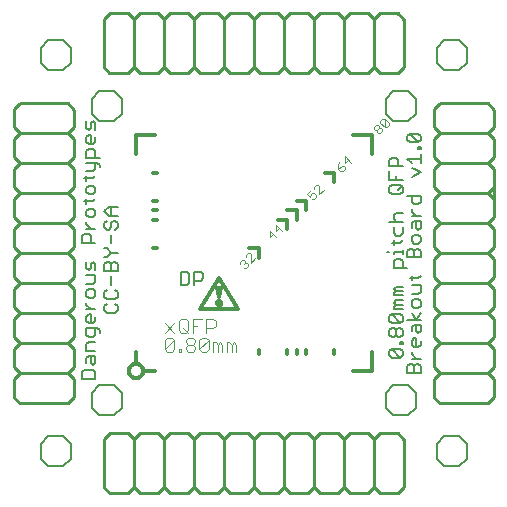
<source format=gbr>
G04 EAGLE Gerber RS-274X export*
G75*
%MOMM*%
%FSLAX34Y34*%
%LPD*%
%INSilkscreen Top*%
%IPPOS*%
%AMOC8*
5,1,8,0,0,1.08239X$1,22.5*%
G01*
%ADD10C,0.254000*%
%ADD11C,0.152400*%
%ADD12C,0.304800*%
%ADD13C,0.101600*%
%ADD14C,0.076200*%


D10*
X44668Y76200D02*
X45720Y76200D01*
X46464Y76944D01*
X50800Y324068D02*
X50798Y324168D01*
X50792Y324267D01*
X50782Y324367D01*
X50769Y324465D01*
X50751Y324564D01*
X50730Y324661D01*
X50705Y324758D01*
X50676Y324853D01*
X50643Y324947D01*
X50607Y325040D01*
X50567Y325131D01*
X50523Y325221D01*
X50476Y325309D01*
X50426Y325395D01*
X50372Y325479D01*
X50315Y325561D01*
X50255Y325641D01*
X50191Y325718D01*
X50125Y325792D01*
X50056Y325864D01*
X45720Y330200D02*
X6132Y330200D01*
X6032Y330198D01*
X5933Y330192D01*
X5833Y330182D01*
X5735Y330169D01*
X5636Y330151D01*
X5539Y330130D01*
X5442Y330105D01*
X5347Y330076D01*
X5253Y330043D01*
X5160Y330007D01*
X5069Y329967D01*
X4979Y329923D01*
X4891Y329876D01*
X4805Y329826D01*
X4721Y329772D01*
X4639Y329715D01*
X4559Y329655D01*
X4482Y329591D01*
X4408Y329525D01*
X4336Y329456D01*
X0Y325120D01*
X0Y309880D01*
X0Y299720D02*
X0Y284480D01*
X0Y274320D02*
X0Y259080D01*
X0Y248920D02*
X0Y233680D01*
X0Y223520D02*
X0Y208280D01*
X0Y198120D02*
X0Y182880D01*
X0Y172720D02*
X0Y157480D01*
X0Y147320D02*
X0Y132080D01*
X0Y121920D02*
X0Y106680D01*
X0Y96520D02*
X0Y82332D01*
X2Y82232D01*
X8Y82133D01*
X18Y82033D01*
X31Y81935D01*
X49Y81836D01*
X70Y81739D01*
X95Y81642D01*
X124Y81547D01*
X157Y81453D01*
X193Y81360D01*
X233Y81269D01*
X277Y81179D01*
X324Y81091D01*
X374Y81005D01*
X428Y80921D01*
X485Y80839D01*
X545Y80759D01*
X609Y80682D01*
X675Y80608D01*
X744Y80536D01*
X5080Y76200D01*
X80536Y50056D02*
X81280Y50800D01*
X76200Y6132D02*
X76202Y6032D01*
X76208Y5933D01*
X76218Y5833D01*
X76231Y5735D01*
X76249Y5636D01*
X76270Y5539D01*
X76295Y5442D01*
X76324Y5347D01*
X76357Y5253D01*
X76393Y5160D01*
X76433Y5069D01*
X76477Y4979D01*
X76524Y4891D01*
X76574Y4805D01*
X76628Y4721D01*
X76685Y4639D01*
X76745Y4559D01*
X76809Y4482D01*
X76875Y4408D01*
X76944Y4336D01*
X324068Y0D02*
X324168Y2D01*
X324267Y8D01*
X324367Y18D01*
X324465Y31D01*
X324564Y49D01*
X324661Y70D01*
X324758Y95D01*
X324853Y124D01*
X324947Y157D01*
X325040Y193D01*
X325131Y233D01*
X325221Y277D01*
X325309Y324D01*
X325395Y374D01*
X325479Y428D01*
X325561Y485D01*
X325641Y545D01*
X325718Y609D01*
X325792Y675D01*
X325864Y744D01*
X330200Y44668D02*
X330198Y44768D01*
X330192Y44867D01*
X330182Y44967D01*
X330169Y45065D01*
X330151Y45164D01*
X330130Y45261D01*
X330105Y45358D01*
X330076Y45453D01*
X330043Y45547D01*
X330007Y45640D01*
X329967Y45731D01*
X329923Y45821D01*
X329876Y45909D01*
X329826Y45995D01*
X329772Y46079D01*
X329715Y46161D01*
X329655Y46241D01*
X329591Y46318D01*
X329525Y46392D01*
X329456Y46464D01*
X356344Y80536D02*
X355600Y81280D01*
X400268Y76200D02*
X400368Y76202D01*
X400467Y76208D01*
X400567Y76218D01*
X400665Y76231D01*
X400764Y76249D01*
X400861Y76270D01*
X400958Y76295D01*
X401053Y76324D01*
X401147Y76357D01*
X401240Y76393D01*
X401331Y76433D01*
X401421Y76477D01*
X401509Y76524D01*
X401595Y76574D01*
X401679Y76628D01*
X401761Y76685D01*
X401841Y76745D01*
X401918Y76809D01*
X401992Y76875D01*
X402064Y76944D01*
X406400Y324068D02*
X406398Y324168D01*
X406392Y324267D01*
X406382Y324367D01*
X406369Y324465D01*
X406351Y324564D01*
X406330Y324661D01*
X406305Y324758D01*
X406276Y324853D01*
X406243Y324947D01*
X406207Y325040D01*
X406167Y325131D01*
X406123Y325221D01*
X406076Y325309D01*
X406026Y325395D01*
X405972Y325479D01*
X405915Y325561D01*
X405855Y325641D01*
X405791Y325718D01*
X405725Y325792D01*
X405656Y325864D01*
X361732Y330200D02*
X361632Y330198D01*
X361533Y330192D01*
X361433Y330182D01*
X361335Y330169D01*
X361236Y330151D01*
X361139Y330130D01*
X361042Y330105D01*
X360947Y330076D01*
X360853Y330043D01*
X360760Y330007D01*
X360669Y329967D01*
X360579Y329923D01*
X360491Y329876D01*
X360405Y329826D01*
X360321Y329772D01*
X360239Y329715D01*
X360159Y329655D01*
X360082Y329591D01*
X360008Y329525D01*
X359936Y329456D01*
X330200Y361732D02*
X330200Y365760D01*
X330200Y361732D02*
X330198Y361632D01*
X330192Y361533D01*
X330182Y361433D01*
X330169Y361335D01*
X330151Y361236D01*
X330130Y361139D01*
X330105Y361042D01*
X330076Y360947D01*
X330043Y360853D01*
X330007Y360760D01*
X329967Y360669D01*
X329923Y360579D01*
X329876Y360491D01*
X329826Y360405D01*
X329772Y360321D01*
X329715Y360239D01*
X329655Y360159D01*
X329591Y360082D01*
X329525Y360008D01*
X329456Y359936D01*
X325120Y355600D01*
X82332Y355600D02*
X82232Y355602D01*
X82133Y355608D01*
X82033Y355618D01*
X81935Y355631D01*
X81836Y355649D01*
X81739Y355670D01*
X81642Y355695D01*
X81547Y355724D01*
X81453Y355757D01*
X81360Y355793D01*
X81269Y355833D01*
X81179Y355877D01*
X81091Y355924D01*
X81005Y355974D01*
X80921Y356028D01*
X80839Y356085D01*
X80759Y356145D01*
X80682Y356209D01*
X80608Y356275D01*
X80536Y356344D01*
X76200Y360680D01*
X76200Y400268D02*
X76202Y400368D01*
X76208Y400467D01*
X76218Y400567D01*
X76231Y400665D01*
X76249Y400764D01*
X76270Y400861D01*
X76295Y400958D01*
X76324Y401053D01*
X76357Y401147D01*
X76393Y401240D01*
X76433Y401331D01*
X76477Y401421D01*
X76524Y401509D01*
X76574Y401595D01*
X76628Y401679D01*
X76685Y401761D01*
X76745Y401841D01*
X76809Y401918D01*
X76875Y401992D01*
X76944Y402064D01*
X81280Y406400D01*
X324068Y406400D02*
X324168Y406398D01*
X324267Y406392D01*
X324367Y406382D01*
X324465Y406369D01*
X324564Y406351D01*
X324661Y406330D01*
X324758Y406305D01*
X324853Y406276D01*
X324947Y406243D01*
X325040Y406207D01*
X325131Y406167D01*
X325221Y406123D01*
X325309Y406076D01*
X325395Y406026D01*
X325479Y405972D01*
X325561Y405915D01*
X325641Y405855D01*
X325718Y405791D01*
X325792Y405725D01*
X325864Y405656D01*
X330200Y401320D01*
X5080Y101600D02*
X0Y96520D01*
X5080Y101600D02*
X0Y106680D01*
X0Y121920D02*
X5080Y127000D01*
X0Y132080D01*
X0Y147320D02*
X5080Y152400D01*
X0Y157480D01*
X0Y172720D02*
X5080Y177800D01*
X0Y182880D01*
X0Y198120D02*
X5080Y203200D01*
X0Y208280D01*
X0Y223520D02*
X5080Y228600D01*
X0Y233680D01*
X0Y248920D02*
X5080Y254000D01*
X0Y259080D01*
X0Y274320D02*
X5080Y279400D01*
X0Y284480D01*
X0Y299720D02*
X5080Y304800D01*
X0Y309880D01*
X5080Y304800D02*
X27940Y304800D01*
X25400Y101600D02*
X5080Y101600D01*
X5080Y330200D02*
X6132Y330200D01*
X5080Y76200D02*
X44668Y76200D01*
X44768Y76202D01*
X44867Y76208D01*
X44967Y76218D01*
X45065Y76231D01*
X45164Y76249D01*
X45261Y76270D01*
X45358Y76295D01*
X45453Y76324D01*
X45547Y76357D01*
X45640Y76393D01*
X45731Y76433D01*
X45821Y76477D01*
X45909Y76524D01*
X45995Y76574D01*
X46079Y76628D01*
X46161Y76685D01*
X46241Y76745D01*
X46318Y76809D01*
X46392Y76875D01*
X46464Y76944D01*
X50800Y81280D01*
X50800Y96520D01*
X50800Y106680D02*
X50800Y121920D01*
X50800Y132080D02*
X50800Y147320D01*
X50800Y157480D02*
X50800Y172720D01*
X50800Y182880D02*
X50800Y198120D01*
X50800Y208280D02*
X50800Y223520D01*
X50800Y233680D02*
X50800Y248920D01*
X50800Y259080D02*
X50800Y274320D01*
X50800Y284480D02*
X50800Y299720D01*
X50800Y309880D02*
X50800Y324068D01*
X50798Y324168D01*
X50792Y324267D01*
X50782Y324367D01*
X50769Y324465D01*
X50751Y324564D01*
X50730Y324661D01*
X50705Y324758D01*
X50676Y324853D01*
X50643Y324947D01*
X50607Y325040D01*
X50567Y325131D01*
X50523Y325221D01*
X50476Y325309D01*
X50426Y325395D01*
X50372Y325479D01*
X50315Y325561D01*
X50255Y325641D01*
X50191Y325718D01*
X50125Y325792D01*
X50056Y325864D01*
X45720Y330200D01*
X50800Y309880D02*
X45720Y304800D01*
X50800Y299720D01*
X50800Y284480D02*
X45720Y279400D01*
X50800Y274320D01*
X50800Y259080D02*
X45720Y254000D01*
X50800Y248920D01*
X50800Y233680D02*
X45720Y228600D01*
X50800Y223520D01*
X50800Y208280D02*
X45720Y203200D01*
X50800Y198120D01*
X50800Y182880D02*
X45720Y177800D01*
X50800Y172720D01*
X50800Y157480D02*
X45720Y152400D01*
X50800Y147320D01*
X50800Y132080D02*
X45720Y127000D01*
X50800Y121920D01*
X50800Y106680D02*
X45720Y101600D01*
X50800Y96520D01*
X45720Y101600D02*
X22860Y101600D01*
X5080Y127000D02*
X45720Y127000D01*
X45720Y152400D02*
X5080Y152400D01*
X5080Y177800D02*
X45720Y177800D01*
X45720Y203200D02*
X5080Y203200D01*
X5080Y228600D02*
X45720Y228600D01*
X45720Y254000D02*
X5080Y254000D01*
X5080Y279400D02*
X45720Y279400D01*
X45720Y304800D02*
X25400Y304800D01*
X76200Y6132D02*
X76202Y6032D01*
X76208Y5933D01*
X76218Y5833D01*
X76231Y5735D01*
X76249Y5636D01*
X76270Y5539D01*
X76295Y5442D01*
X76324Y5347D01*
X76357Y5253D01*
X76393Y5160D01*
X76433Y5069D01*
X76477Y4979D01*
X76524Y4891D01*
X76574Y4805D01*
X76628Y4721D01*
X76685Y4639D01*
X76745Y4559D01*
X76809Y4482D01*
X76875Y4408D01*
X76944Y4336D01*
X81280Y0D01*
X96520Y0D01*
X106680Y0D02*
X121920Y0D01*
X132080Y0D02*
X147320Y0D01*
X157480Y0D02*
X172720Y0D01*
X182880Y0D02*
X198120Y0D01*
X208280Y0D02*
X223520Y0D01*
X233680Y0D02*
X248920Y0D01*
X259080Y0D02*
X274320Y0D01*
X284480Y0D02*
X299720Y0D01*
X309880Y0D02*
X324068Y0D01*
X324168Y2D01*
X324267Y8D01*
X324367Y18D01*
X324465Y31D01*
X324564Y49D01*
X324661Y70D01*
X324758Y95D01*
X324853Y124D01*
X324947Y157D01*
X325040Y193D01*
X325131Y233D01*
X325221Y277D01*
X325309Y324D01*
X325395Y374D01*
X325479Y428D01*
X325561Y485D01*
X325641Y545D01*
X325718Y609D01*
X325792Y675D01*
X325864Y744D01*
X330200Y5080D01*
X309880Y0D02*
X304800Y5080D01*
X299720Y0D01*
X284480Y0D02*
X279400Y5080D01*
X274320Y0D01*
X259080Y0D02*
X254000Y5080D01*
X248920Y0D01*
X233680Y0D02*
X228600Y5080D01*
X223520Y0D01*
X208280Y0D02*
X203200Y5080D01*
X198120Y0D01*
X182880Y0D02*
X177800Y5080D01*
X172720Y0D01*
X157480Y0D02*
X152400Y5080D01*
X147320Y0D01*
X132080Y0D02*
X127000Y5080D01*
X121920Y0D01*
X106680Y0D02*
X101600Y5080D01*
X96520Y0D01*
X304800Y5080D02*
X304800Y25400D01*
X76200Y45720D02*
X76200Y5080D01*
X330200Y5080D02*
X330200Y45720D01*
X330200Y44668D02*
X330198Y44768D01*
X330192Y44867D01*
X330182Y44967D01*
X330169Y45065D01*
X330151Y45164D01*
X330130Y45261D01*
X330105Y45358D01*
X330076Y45453D01*
X330043Y45547D01*
X330007Y45640D01*
X329967Y45731D01*
X329923Y45821D01*
X329876Y45909D01*
X329826Y45995D01*
X329772Y46079D01*
X329715Y46161D01*
X329655Y46241D01*
X329591Y46318D01*
X329525Y46392D01*
X329456Y46464D01*
X325120Y50800D01*
X309880Y50800D01*
X299720Y50800D02*
X284480Y50800D01*
X274320Y50800D02*
X259080Y50800D01*
X248920Y50800D02*
X233680Y50800D01*
X223520Y50800D02*
X208280Y50800D01*
X198120Y50800D02*
X182880Y50800D01*
X172720Y50800D02*
X157480Y50800D01*
X147320Y50800D02*
X132080Y50800D01*
X121920Y50800D02*
X106680Y50800D01*
X96520Y50800D02*
X82332Y50800D01*
X82232Y50798D01*
X82133Y50792D01*
X82033Y50782D01*
X81935Y50769D01*
X81836Y50751D01*
X81739Y50730D01*
X81642Y50705D01*
X81547Y50676D01*
X81453Y50643D01*
X81360Y50607D01*
X81269Y50567D01*
X81179Y50523D01*
X81091Y50476D01*
X81005Y50426D01*
X80921Y50372D01*
X80839Y50315D01*
X80759Y50255D01*
X80682Y50191D01*
X80608Y50125D01*
X80536Y50056D01*
X76200Y45720D01*
X96520Y50800D02*
X101600Y45720D01*
X106680Y50800D01*
X121920Y50800D02*
X127000Y45720D01*
X132080Y50800D01*
X147320Y50800D02*
X152400Y45720D01*
X157480Y50800D01*
X172720Y50800D02*
X177800Y45720D01*
X182880Y50800D01*
X198120Y50800D02*
X203200Y45720D01*
X208280Y50800D01*
X223520Y50800D02*
X228600Y45720D01*
X233680Y50800D01*
X248920Y50800D02*
X254000Y45720D01*
X259080Y50800D01*
X274320Y50800D02*
X279400Y45720D01*
X284480Y50800D01*
X299720Y50800D02*
X304800Y45720D01*
X309880Y50800D01*
X304800Y45720D02*
X304800Y22860D01*
X279400Y5080D02*
X279400Y45720D01*
X254000Y45720D02*
X254000Y5080D01*
X228600Y5080D02*
X228600Y45720D01*
X203200Y45720D02*
X203200Y5080D01*
X177800Y5080D02*
X177800Y45720D01*
X152400Y45720D02*
X152400Y5080D01*
X127000Y5080D02*
X127000Y45720D01*
X101600Y45720D02*
X101600Y25400D01*
X101600Y27940D02*
X101600Y5080D01*
X76944Y359936D02*
X76875Y360008D01*
X76809Y360082D01*
X76745Y360159D01*
X76685Y360239D01*
X76628Y360321D01*
X76574Y360405D01*
X76524Y360491D01*
X76477Y360579D01*
X76433Y360669D01*
X76393Y360760D01*
X76357Y360853D01*
X76324Y360947D01*
X76295Y361042D01*
X76270Y361139D01*
X76249Y361236D01*
X76231Y361335D01*
X76218Y361433D01*
X76208Y361533D01*
X76202Y361632D01*
X76200Y361732D01*
X76944Y359936D02*
X81280Y355600D01*
X96520Y355600D01*
X106680Y355600D02*
X121920Y355600D01*
X132080Y355600D02*
X147320Y355600D01*
X157480Y355600D02*
X172720Y355600D01*
X182880Y355600D02*
X198120Y355600D01*
X208280Y355600D02*
X223520Y355600D01*
X233680Y355600D02*
X248920Y355600D01*
X259080Y355600D02*
X274320Y355600D01*
X284480Y355600D02*
X299720Y355600D01*
X309880Y355600D02*
X324068Y355600D01*
X324168Y355602D01*
X324267Y355608D01*
X324367Y355618D01*
X324465Y355631D01*
X324564Y355649D01*
X324661Y355670D01*
X324758Y355695D01*
X324853Y355724D01*
X324947Y355757D01*
X325040Y355793D01*
X325131Y355833D01*
X325221Y355877D01*
X325309Y355924D01*
X325395Y355974D01*
X325479Y356028D01*
X325561Y356085D01*
X325641Y356145D01*
X325718Y356209D01*
X325792Y356275D01*
X325864Y356344D01*
X330200Y360680D01*
X309880Y355600D02*
X304800Y360680D01*
X299720Y355600D01*
X284480Y355600D02*
X279400Y360680D01*
X274320Y355600D01*
X259080Y355600D02*
X254000Y360680D01*
X248920Y355600D01*
X233680Y355600D02*
X228600Y360680D01*
X223520Y355600D01*
X208280Y355600D02*
X203200Y360680D01*
X198120Y355600D01*
X182880Y355600D02*
X177800Y360680D01*
X172720Y355600D01*
X157480Y355600D02*
X152400Y360680D01*
X147320Y355600D01*
X132080Y355600D02*
X127000Y360680D01*
X121920Y355600D01*
X106680Y355600D02*
X101600Y360680D01*
X96520Y355600D01*
X101600Y360680D02*
X101600Y383540D01*
X304800Y381000D02*
X304800Y360680D01*
X402064Y76944D02*
X401992Y76875D01*
X401918Y76809D01*
X401841Y76745D01*
X401761Y76685D01*
X401679Y76628D01*
X401595Y76574D01*
X401509Y76524D01*
X401421Y76477D01*
X401331Y76433D01*
X401240Y76393D01*
X401147Y76357D01*
X401053Y76324D01*
X400958Y76295D01*
X400861Y76270D01*
X400764Y76249D01*
X400665Y76231D01*
X400567Y76218D01*
X400467Y76208D01*
X400368Y76202D01*
X400268Y76200D01*
X402064Y76944D02*
X406400Y81280D01*
X406400Y96520D01*
X406400Y106680D02*
X406400Y121920D01*
X406400Y132080D02*
X406400Y147320D01*
X406400Y157480D02*
X406400Y172720D01*
X406400Y182880D02*
X406400Y198120D01*
X406400Y208280D02*
X406400Y223520D01*
X406400Y233680D02*
X406400Y248920D01*
X406400Y259080D01*
X406400Y274320D01*
X406400Y284480D02*
X406400Y299720D01*
X406400Y309880D02*
X406400Y324068D01*
X406398Y324168D01*
X406392Y324267D01*
X406382Y324367D01*
X406369Y324465D01*
X406351Y324564D01*
X406330Y324661D01*
X406305Y324758D01*
X406276Y324853D01*
X406243Y324947D01*
X406207Y325040D01*
X406167Y325131D01*
X406123Y325221D01*
X406076Y325309D01*
X406026Y325395D01*
X405972Y325479D01*
X405915Y325561D01*
X405855Y325641D01*
X405791Y325718D01*
X405725Y325792D01*
X405656Y325864D01*
X401320Y330200D01*
X406400Y309880D02*
X401320Y304800D01*
X406400Y299720D01*
X406400Y284480D02*
X401320Y279400D01*
X406400Y274320D01*
X406400Y259080D02*
X401320Y254000D01*
X406400Y248920D01*
X406400Y233680D02*
X401320Y228600D01*
X406400Y223520D01*
X406400Y208280D02*
X401320Y203200D01*
X406400Y198120D01*
X406400Y182880D02*
X401320Y177800D01*
X406400Y172720D01*
X406400Y157480D02*
X401320Y152400D01*
X406400Y147320D01*
X406400Y132080D02*
X401320Y127000D01*
X406400Y121920D01*
X406400Y106680D02*
X401320Y101600D01*
X406400Y96520D01*
X401320Y304800D02*
X381000Y304800D01*
X361732Y330200D02*
X361632Y330198D01*
X361533Y330192D01*
X361433Y330182D01*
X361335Y330169D01*
X361236Y330151D01*
X361139Y330130D01*
X361042Y330105D01*
X360947Y330076D01*
X360853Y330043D01*
X360760Y330007D01*
X360669Y329967D01*
X360579Y329923D01*
X360491Y329876D01*
X360405Y329826D01*
X360321Y329772D01*
X360239Y329715D01*
X360159Y329655D01*
X360082Y329591D01*
X360008Y329525D01*
X359936Y329456D01*
X355600Y325120D01*
X355600Y309880D01*
X355600Y299720D02*
X355600Y284480D01*
X355600Y274320D02*
X355600Y259080D01*
X355600Y248920D02*
X355600Y233680D01*
X355600Y223520D02*
X355600Y208280D01*
X355600Y198120D02*
X355600Y182880D01*
X355600Y172720D02*
X355600Y157480D01*
X355600Y147320D02*
X355600Y132080D01*
X355600Y121920D02*
X355600Y106680D01*
X355600Y96520D02*
X355600Y82332D01*
X355602Y82232D01*
X355608Y82133D01*
X355618Y82033D01*
X355631Y81935D01*
X355649Y81836D01*
X355670Y81739D01*
X355695Y81642D01*
X355724Y81547D01*
X355757Y81453D01*
X355793Y81360D01*
X355833Y81269D01*
X355877Y81179D01*
X355924Y81091D01*
X355974Y81005D01*
X356028Y80921D01*
X356085Y80839D01*
X356145Y80759D01*
X356209Y80682D01*
X356275Y80608D01*
X356344Y80536D01*
X360680Y76200D01*
X355600Y96520D02*
X360680Y101600D01*
X355600Y106680D01*
X355600Y121920D02*
X360680Y127000D01*
X355600Y132080D01*
X355600Y147320D02*
X360680Y152400D01*
X355600Y157480D01*
X355600Y172720D02*
X360680Y177800D01*
X355600Y182880D01*
X355600Y198120D02*
X360680Y203200D01*
X355600Y208280D01*
X355600Y223520D02*
X360680Y228600D01*
X355600Y233680D01*
X355600Y248920D02*
X360680Y254000D01*
X355600Y259080D01*
X355600Y274320D02*
X360680Y279400D01*
X355600Y284480D01*
X355600Y299720D02*
X360680Y304800D01*
X355600Y309880D01*
X360680Y304800D02*
X383540Y304800D01*
X401320Y279400D02*
X360680Y279400D01*
X360680Y254000D02*
X401320Y254000D01*
X401320Y228600D02*
X360680Y228600D01*
X360680Y203200D02*
X401320Y203200D01*
X401320Y177800D02*
X360680Y177800D01*
X360680Y152400D02*
X401320Y152400D01*
X401320Y127000D02*
X360680Y127000D01*
X360680Y101600D02*
X381000Y101600D01*
X401320Y330200D02*
X360680Y330200D01*
X360680Y76200D02*
X401320Y76200D01*
X401320Y101600D02*
X378460Y101600D01*
X330200Y360680D02*
X330200Y401320D01*
X330200Y400268D02*
X330198Y400368D01*
X330192Y400467D01*
X330182Y400567D01*
X330169Y400665D01*
X330151Y400764D01*
X330130Y400861D01*
X330105Y400958D01*
X330076Y401053D01*
X330043Y401147D01*
X330007Y401240D01*
X329967Y401331D01*
X329923Y401421D01*
X329876Y401509D01*
X329826Y401595D01*
X329772Y401679D01*
X329715Y401761D01*
X329655Y401841D01*
X329591Y401918D01*
X329525Y401992D01*
X329456Y402064D01*
X325120Y406400D01*
X309880Y406400D01*
X299720Y406400D02*
X284480Y406400D01*
X274320Y406400D02*
X259080Y406400D01*
X248920Y406400D02*
X233680Y406400D01*
X223520Y406400D02*
X208280Y406400D01*
X198120Y406400D02*
X182880Y406400D01*
X172720Y406400D02*
X157480Y406400D01*
X147320Y406400D02*
X132080Y406400D01*
X121920Y406400D02*
X106680Y406400D01*
X96520Y406400D02*
X82332Y406400D01*
X82232Y406398D01*
X82133Y406392D01*
X82033Y406382D01*
X81935Y406369D01*
X81836Y406351D01*
X81739Y406330D01*
X81642Y406305D01*
X81547Y406276D01*
X81453Y406243D01*
X81360Y406207D01*
X81269Y406167D01*
X81179Y406123D01*
X81091Y406076D01*
X81005Y406026D01*
X80921Y405972D01*
X80839Y405915D01*
X80759Y405855D01*
X80682Y405791D01*
X80608Y405725D01*
X80536Y405656D01*
X76200Y401320D01*
X96520Y406400D02*
X101600Y401320D01*
X106680Y406400D01*
X121920Y406400D02*
X127000Y401320D01*
X132080Y406400D01*
X147320Y406400D02*
X152400Y401320D01*
X157480Y406400D01*
X172720Y406400D02*
X177800Y401320D01*
X182880Y406400D01*
X198120Y406400D02*
X203200Y401320D01*
X208280Y406400D01*
X223520Y406400D02*
X228600Y401320D01*
X233680Y406400D01*
X248920Y406400D02*
X254000Y401320D01*
X259080Y406400D01*
X274320Y406400D02*
X279400Y401320D01*
X284480Y406400D01*
X299720Y406400D02*
X304800Y401320D01*
X309880Y406400D01*
X304800Y401320D02*
X304800Y378460D01*
X279400Y360680D02*
X279400Y401320D01*
X254000Y401320D02*
X254000Y360680D01*
X228600Y360680D02*
X228600Y401320D01*
X203200Y401320D02*
X203200Y360680D01*
X177800Y360680D02*
X177800Y401320D01*
X152400Y401320D02*
X152400Y360680D01*
X127000Y360680D02*
X127000Y401320D01*
X101600Y401320D02*
X101600Y381000D01*
X76200Y401320D02*
X76200Y360680D01*
D11*
X333492Y102362D02*
X344678Y102362D01*
X333492Y102362D02*
X333492Y107955D01*
X335357Y109819D01*
X337221Y109819D01*
X339085Y107955D01*
X340950Y109819D01*
X342814Y109819D01*
X344678Y107955D01*
X344678Y102362D01*
X339085Y102362D02*
X339085Y107955D01*
X337221Y114056D02*
X344678Y114056D01*
X340950Y114056D02*
X337221Y117784D01*
X337221Y119649D01*
X344678Y125665D02*
X344678Y129394D01*
X344678Y125665D02*
X342814Y123801D01*
X339085Y123801D01*
X337221Y125665D01*
X337221Y129394D01*
X339085Y131258D01*
X340950Y131258D01*
X340950Y123801D01*
X337221Y137359D02*
X337221Y141088D01*
X339085Y142952D01*
X344678Y142952D01*
X344678Y137359D01*
X342814Y135495D01*
X340950Y137359D01*
X340950Y142952D01*
X344678Y147189D02*
X333492Y147189D01*
X340950Y147189D02*
X344678Y152782D01*
X340950Y147189D02*
X337221Y152782D01*
X344678Y158798D02*
X344678Y162527D01*
X342814Y164391D01*
X339085Y164391D01*
X337221Y162527D01*
X337221Y158798D01*
X339085Y156934D01*
X342814Y156934D01*
X344678Y158798D01*
X342814Y168628D02*
X337221Y168628D01*
X342814Y168628D02*
X344678Y170492D01*
X344678Y176085D01*
X337221Y176085D01*
X335357Y182186D02*
X342814Y182186D01*
X344678Y184050D01*
X337221Y184050D02*
X337221Y180322D01*
X333492Y199812D02*
X344678Y199812D01*
X333492Y199812D02*
X333492Y205404D01*
X335357Y207269D01*
X337221Y207269D01*
X339085Y205404D01*
X340950Y207269D01*
X342814Y207269D01*
X344678Y205404D01*
X344678Y199812D01*
X339085Y199812D02*
X339085Y205404D01*
X344678Y213370D02*
X344678Y217098D01*
X342814Y218963D01*
X339085Y218963D01*
X337221Y217098D01*
X337221Y213370D01*
X339085Y211506D01*
X342814Y211506D01*
X344678Y213370D01*
X337221Y225064D02*
X337221Y228792D01*
X339085Y230657D01*
X344678Y230657D01*
X344678Y225064D01*
X342814Y223200D01*
X340950Y225064D01*
X340950Y230657D01*
X344678Y234894D02*
X337221Y234894D01*
X337221Y238622D02*
X340950Y234894D01*
X337221Y238622D02*
X337221Y240486D01*
X333492Y252096D02*
X344678Y252096D01*
X344678Y246503D01*
X342814Y244639D01*
X339085Y244639D01*
X337221Y246503D01*
X337221Y252096D01*
X337221Y268027D02*
X344678Y271755D01*
X337221Y275484D01*
X337221Y279721D02*
X333492Y283449D01*
X344678Y283449D01*
X344678Y279721D02*
X344678Y287178D01*
X344678Y291414D02*
X342814Y291414D01*
X342814Y293279D01*
X344678Y293279D01*
X344678Y291414D01*
X342814Y297261D02*
X335357Y297261D01*
X333492Y299126D01*
X333492Y302854D01*
X335357Y304718D01*
X342814Y304718D01*
X344678Y302854D01*
X344678Y299126D01*
X342814Y297261D01*
X335357Y304718D01*
X327574Y115062D02*
X320117Y115062D01*
X318252Y116926D01*
X318252Y120655D01*
X320117Y122519D01*
X327574Y122519D01*
X329438Y120655D01*
X329438Y116926D01*
X327574Y115062D01*
X320117Y122519D01*
X327574Y126756D02*
X329438Y126756D01*
X327574Y126756D02*
X327574Y128620D01*
X329438Y128620D01*
X329438Y126756D01*
X320117Y132603D02*
X318252Y134467D01*
X318252Y138196D01*
X320117Y140060D01*
X321981Y140060D01*
X323845Y138196D01*
X325710Y140060D01*
X327574Y140060D01*
X329438Y138196D01*
X329438Y134467D01*
X327574Y132603D01*
X325710Y132603D01*
X323845Y134467D01*
X321981Y132603D01*
X320117Y132603D01*
X323845Y134467D02*
X323845Y138196D01*
X320117Y144297D02*
X327574Y144297D01*
X320117Y144297D02*
X318252Y146161D01*
X318252Y149890D01*
X320117Y151754D01*
X327574Y151754D01*
X329438Y149890D01*
X329438Y146161D01*
X327574Y144297D01*
X320117Y151754D01*
X321981Y155991D02*
X329438Y155991D01*
X321981Y155991D02*
X321981Y157855D01*
X323845Y159719D01*
X329438Y159719D01*
X323845Y159719D02*
X321981Y161584D01*
X323845Y163448D01*
X329438Y163448D01*
X329438Y167685D02*
X321981Y167685D01*
X321981Y169549D01*
X323845Y171413D01*
X329438Y171413D01*
X323845Y171413D02*
X321981Y173278D01*
X323845Y175142D01*
X329438Y175142D01*
X333167Y191073D02*
X321981Y191073D01*
X321981Y196666D01*
X323845Y198530D01*
X327574Y198530D01*
X329438Y196666D01*
X329438Y191073D01*
X321981Y202767D02*
X321981Y204631D01*
X329438Y204631D01*
X329438Y202767D02*
X329438Y206495D01*
X318252Y204631D02*
X316388Y204631D01*
X320117Y212427D02*
X327574Y212427D01*
X329438Y214291D01*
X321981Y214291D02*
X321981Y210563D01*
X321981Y220223D02*
X321981Y225816D01*
X321981Y220223D02*
X323845Y218359D01*
X327574Y218359D01*
X329438Y220223D01*
X329438Y225816D01*
X329438Y230053D02*
X318252Y230053D01*
X321981Y231917D02*
X323845Y230053D01*
X321981Y231917D02*
X321981Y235645D01*
X323845Y237510D01*
X329438Y237510D01*
X327574Y253441D02*
X320117Y253441D01*
X318252Y255305D01*
X318252Y259033D01*
X320117Y260898D01*
X327574Y260898D01*
X329438Y259033D01*
X329438Y255305D01*
X327574Y253441D01*
X325710Y257169D02*
X329438Y260898D01*
X329438Y265135D02*
X318252Y265135D01*
X318252Y272592D01*
X323845Y268863D02*
X323845Y265135D01*
X329438Y276829D02*
X318252Y276829D01*
X318252Y282421D01*
X320117Y284286D01*
X323845Y284286D01*
X325710Y282421D01*
X325710Y276829D01*
X69088Y97282D02*
X57902Y97282D01*
X69088Y97282D02*
X69088Y102875D01*
X67224Y104739D01*
X59767Y104739D01*
X57902Y102875D01*
X57902Y97282D01*
X61631Y110840D02*
X61631Y114569D01*
X63495Y116433D01*
X69088Y116433D01*
X69088Y110840D01*
X67224Y108976D01*
X65360Y110840D01*
X65360Y116433D01*
X69088Y120670D02*
X61631Y120670D01*
X61631Y126263D01*
X63495Y128127D01*
X69088Y128127D01*
X72817Y136092D02*
X72817Y137957D01*
X70952Y139821D01*
X61631Y139821D01*
X61631Y134228D01*
X63495Y132364D01*
X67224Y132364D01*
X69088Y134228D01*
X69088Y139821D01*
X69088Y145922D02*
X69088Y149651D01*
X69088Y145922D02*
X67224Y144058D01*
X63495Y144058D01*
X61631Y145922D01*
X61631Y149651D01*
X63495Y151515D01*
X65360Y151515D01*
X65360Y144058D01*
X69088Y155752D02*
X61631Y155752D01*
X61631Y159480D02*
X65360Y155752D01*
X61631Y159480D02*
X61631Y161345D01*
X69088Y167361D02*
X69088Y171090D01*
X67224Y172954D01*
X63495Y172954D01*
X61631Y171090D01*
X61631Y167361D01*
X63495Y165497D01*
X67224Y165497D01*
X69088Y167361D01*
X67224Y177191D02*
X61631Y177191D01*
X67224Y177191D02*
X69088Y179055D01*
X69088Y184648D01*
X61631Y184648D01*
X69088Y188885D02*
X69088Y194478D01*
X67224Y196342D01*
X65360Y194478D01*
X65360Y190749D01*
X63495Y188885D01*
X61631Y190749D01*
X61631Y196342D01*
X57902Y212273D02*
X69088Y212273D01*
X57902Y212273D02*
X57902Y217865D01*
X59767Y219730D01*
X63495Y219730D01*
X65360Y217865D01*
X65360Y212273D01*
X69088Y223967D02*
X61631Y223967D01*
X61631Y227695D02*
X65360Y223967D01*
X61631Y227695D02*
X61631Y229559D01*
X69088Y235576D02*
X69088Y239304D01*
X67224Y241169D01*
X63495Y241169D01*
X61631Y239304D01*
X61631Y235576D01*
X63495Y233712D01*
X67224Y233712D01*
X69088Y235576D01*
X67224Y247270D02*
X59767Y247270D01*
X67224Y247270D02*
X69088Y249134D01*
X61631Y249134D02*
X61631Y245406D01*
X69088Y255066D02*
X69088Y258794D01*
X67224Y260659D01*
X63495Y260659D01*
X61631Y258794D01*
X61631Y255066D01*
X63495Y253202D01*
X67224Y253202D01*
X69088Y255066D01*
X67224Y266760D02*
X59767Y266760D01*
X67224Y266760D02*
X69088Y268624D01*
X61631Y268624D02*
X61631Y264896D01*
X61631Y272692D02*
X67224Y272692D01*
X69088Y274556D01*
X69088Y280149D01*
X70952Y280149D02*
X61631Y280149D01*
X70952Y280149D02*
X72817Y278284D01*
X72817Y276420D01*
X72817Y284385D02*
X61631Y284385D01*
X61631Y289978D01*
X63495Y291843D01*
X67224Y291843D01*
X69088Y289978D01*
X69088Y284385D01*
X69088Y297944D02*
X69088Y301672D01*
X69088Y297944D02*
X67224Y296079D01*
X63495Y296079D01*
X61631Y297944D01*
X61631Y301672D01*
X63495Y303536D01*
X65360Y303536D01*
X65360Y296079D01*
X69088Y307773D02*
X69088Y313366D01*
X67224Y315230D01*
X65360Y313366D01*
X65360Y309638D01*
X63495Y307773D01*
X61631Y309638D01*
X61631Y315230D01*
X78817Y160619D02*
X76952Y158755D01*
X76952Y155026D01*
X78817Y153162D01*
X86274Y153162D01*
X88138Y155026D01*
X88138Y158755D01*
X86274Y160619D01*
X76952Y170449D02*
X78817Y172313D01*
X76952Y170449D02*
X76952Y166720D01*
X78817Y164856D01*
X86274Y164856D01*
X88138Y166720D01*
X88138Y170449D01*
X86274Y172313D01*
X82545Y176550D02*
X82545Y184007D01*
X88138Y188244D02*
X76952Y188244D01*
X76952Y193837D01*
X78817Y195701D01*
X80681Y195701D01*
X82545Y193837D01*
X84410Y195701D01*
X86274Y195701D01*
X88138Y193837D01*
X88138Y188244D01*
X82545Y188244D02*
X82545Y193837D01*
X78817Y199938D02*
X76952Y199938D01*
X78817Y199938D02*
X82545Y203666D01*
X78817Y207395D01*
X76952Y207395D01*
X82545Y203666D02*
X88138Y203666D01*
X82545Y211632D02*
X82545Y219089D01*
X76952Y228919D02*
X78817Y230783D01*
X76952Y228919D02*
X76952Y225190D01*
X78817Y223326D01*
X80681Y223326D01*
X82545Y225190D01*
X82545Y228919D01*
X84410Y230783D01*
X86274Y230783D01*
X88138Y228919D01*
X88138Y225190D01*
X86274Y223326D01*
X88138Y235020D02*
X80681Y235020D01*
X76952Y238748D01*
X80681Y242477D01*
X88138Y242477D01*
X82545Y242477D02*
X82545Y235020D01*
D12*
X103640Y119640D02*
X103640Y111640D01*
X111640Y103640D02*
X119640Y103640D01*
X287640Y303640D02*
X303640Y303640D01*
X303640Y287640D01*
X303640Y119640D02*
X303640Y103640D01*
X287640Y103640D01*
X103640Y287640D02*
X103640Y303640D01*
X119640Y303640D01*
X223640Y231640D02*
X231640Y231640D01*
X231640Y223640D01*
X207640Y207640D02*
X207640Y199640D01*
X207640Y207640D02*
X199640Y207640D01*
X239640Y231640D02*
X239640Y239640D01*
X231640Y239640D01*
X271640Y263640D02*
X271640Y271640D01*
X263640Y271640D01*
X247640Y247640D02*
X247640Y239640D01*
X247640Y247640D02*
X239640Y247640D01*
X121640Y207640D02*
X117640Y207640D01*
X117640Y231640D02*
X121640Y231640D01*
X121640Y239640D02*
X117640Y239640D01*
X117640Y247640D02*
X121640Y247640D01*
X121640Y271640D02*
X117640Y271640D01*
X207640Y121640D02*
X207640Y117640D01*
X231640Y117640D02*
X231640Y121640D01*
X239640Y121640D02*
X239640Y117640D01*
X247640Y117640D02*
X247640Y121640D01*
X271640Y121640D02*
X271640Y117640D01*
X174140Y166015D02*
X172515Y174140D01*
X175765Y174140D01*
X174140Y166015D01*
X174140Y182265D02*
X157890Y156265D01*
X190390Y156265D01*
X174140Y182265D01*
X97640Y103640D02*
X97642Y103794D01*
X97648Y103949D01*
X97658Y104103D01*
X97672Y104257D01*
X97690Y104410D01*
X97711Y104563D01*
X97737Y104716D01*
X97767Y104867D01*
X97800Y105018D01*
X97838Y105168D01*
X97879Y105317D01*
X97924Y105465D01*
X97973Y105611D01*
X98026Y105757D01*
X98082Y105900D01*
X98142Y106043D01*
X98206Y106183D01*
X98273Y106323D01*
X98344Y106460D01*
X98418Y106595D01*
X98496Y106729D01*
X98577Y106860D01*
X98662Y106989D01*
X98750Y107117D01*
X98841Y107241D01*
X98935Y107364D01*
X99033Y107484D01*
X99133Y107601D01*
X99237Y107716D01*
X99343Y107828D01*
X99452Y107937D01*
X99564Y108043D01*
X99679Y108147D01*
X99796Y108247D01*
X99916Y108345D01*
X100039Y108439D01*
X100163Y108530D01*
X100291Y108618D01*
X100420Y108703D01*
X100551Y108784D01*
X100685Y108862D01*
X100820Y108936D01*
X100957Y109007D01*
X101097Y109074D01*
X101237Y109138D01*
X101380Y109198D01*
X101523Y109254D01*
X101669Y109307D01*
X101815Y109356D01*
X101963Y109401D01*
X102112Y109442D01*
X102262Y109480D01*
X102413Y109513D01*
X102564Y109543D01*
X102717Y109569D01*
X102870Y109590D01*
X103023Y109608D01*
X103177Y109622D01*
X103331Y109632D01*
X103486Y109638D01*
X103640Y109640D01*
X103794Y109638D01*
X103949Y109632D01*
X104103Y109622D01*
X104257Y109608D01*
X104410Y109590D01*
X104563Y109569D01*
X104716Y109543D01*
X104867Y109513D01*
X105018Y109480D01*
X105168Y109442D01*
X105317Y109401D01*
X105465Y109356D01*
X105611Y109307D01*
X105757Y109254D01*
X105900Y109198D01*
X106043Y109138D01*
X106183Y109074D01*
X106323Y109007D01*
X106460Y108936D01*
X106595Y108862D01*
X106729Y108784D01*
X106860Y108703D01*
X106989Y108618D01*
X107117Y108530D01*
X107241Y108439D01*
X107364Y108345D01*
X107484Y108247D01*
X107601Y108147D01*
X107716Y108043D01*
X107828Y107937D01*
X107937Y107828D01*
X108043Y107716D01*
X108147Y107601D01*
X108247Y107484D01*
X108345Y107364D01*
X108439Y107241D01*
X108530Y107117D01*
X108618Y106989D01*
X108703Y106860D01*
X108784Y106729D01*
X108862Y106595D01*
X108936Y106460D01*
X109007Y106323D01*
X109074Y106183D01*
X109138Y106043D01*
X109198Y105900D01*
X109254Y105757D01*
X109307Y105611D01*
X109356Y105465D01*
X109401Y105317D01*
X109442Y105168D01*
X109480Y105018D01*
X109513Y104867D01*
X109543Y104716D01*
X109569Y104563D01*
X109590Y104410D01*
X109608Y104257D01*
X109622Y104103D01*
X109632Y103949D01*
X109638Y103794D01*
X109640Y103640D01*
X109638Y103486D01*
X109632Y103331D01*
X109622Y103177D01*
X109608Y103023D01*
X109590Y102870D01*
X109569Y102717D01*
X109543Y102564D01*
X109513Y102413D01*
X109480Y102262D01*
X109442Y102112D01*
X109401Y101963D01*
X109356Y101815D01*
X109307Y101669D01*
X109254Y101523D01*
X109198Y101380D01*
X109138Y101237D01*
X109074Y101097D01*
X109007Y100957D01*
X108936Y100820D01*
X108862Y100685D01*
X108784Y100551D01*
X108703Y100420D01*
X108618Y100291D01*
X108530Y100163D01*
X108439Y100039D01*
X108345Y99916D01*
X108247Y99796D01*
X108147Y99679D01*
X108043Y99564D01*
X107937Y99452D01*
X107828Y99343D01*
X107716Y99237D01*
X107601Y99133D01*
X107484Y99033D01*
X107364Y98935D01*
X107241Y98841D01*
X107117Y98750D01*
X106989Y98662D01*
X106860Y98577D01*
X106729Y98496D01*
X106595Y98418D01*
X106460Y98344D01*
X106323Y98273D01*
X106183Y98206D01*
X106043Y98142D01*
X105900Y98082D01*
X105757Y98026D01*
X105611Y97973D01*
X105465Y97924D01*
X105317Y97879D01*
X105168Y97838D01*
X105018Y97800D01*
X104867Y97767D01*
X104716Y97737D01*
X104563Y97711D01*
X104410Y97690D01*
X104257Y97672D01*
X104103Y97658D01*
X103949Y97648D01*
X103794Y97642D01*
X103640Y97640D01*
X103486Y97642D01*
X103331Y97648D01*
X103177Y97658D01*
X103023Y97672D01*
X102870Y97690D01*
X102717Y97711D01*
X102564Y97737D01*
X102413Y97767D01*
X102262Y97800D01*
X102112Y97838D01*
X101963Y97879D01*
X101815Y97924D01*
X101669Y97973D01*
X101523Y98026D01*
X101380Y98082D01*
X101237Y98142D01*
X101097Y98206D01*
X100957Y98273D01*
X100820Y98344D01*
X100685Y98418D01*
X100551Y98496D01*
X100420Y98577D01*
X100291Y98662D01*
X100163Y98750D01*
X100039Y98841D01*
X99916Y98935D01*
X99796Y99033D01*
X99679Y99133D01*
X99564Y99237D01*
X99452Y99343D01*
X99343Y99452D01*
X99237Y99564D01*
X99133Y99679D01*
X99033Y99796D01*
X98935Y99916D01*
X98841Y100039D01*
X98750Y100163D01*
X98662Y100291D01*
X98577Y100420D01*
X98496Y100551D01*
X98418Y100685D01*
X98344Y100820D01*
X98273Y100957D01*
X98206Y101097D01*
X98142Y101237D01*
X98082Y101380D01*
X98026Y101523D01*
X97973Y101669D01*
X97924Y101815D01*
X97879Y101963D01*
X97838Y102112D01*
X97800Y102262D01*
X97767Y102413D01*
X97737Y102564D01*
X97711Y102717D01*
X97690Y102870D01*
X97672Y103023D01*
X97658Y103177D01*
X97648Y103331D01*
X97642Y103486D01*
X97640Y103640D01*
X172515Y161140D02*
X172517Y161220D01*
X172523Y161301D01*
X172533Y161380D01*
X172547Y161459D01*
X172564Y161538D01*
X172586Y161615D01*
X172611Y161692D01*
X172641Y161766D01*
X172673Y161840D01*
X172710Y161912D01*
X172750Y161981D01*
X172793Y162049D01*
X172840Y162115D01*
X172889Y162178D01*
X172942Y162238D01*
X172998Y162296D01*
X173057Y162351D01*
X173118Y162403D01*
X173182Y162452D01*
X173248Y162498D01*
X173316Y162541D01*
X173386Y162580D01*
X173458Y162615D01*
X173532Y162647D01*
X173607Y162675D01*
X173684Y162700D01*
X173762Y162720D01*
X173840Y162737D01*
X173920Y162750D01*
X173999Y162759D01*
X174080Y162764D01*
X174160Y162765D01*
X174240Y162762D01*
X174321Y162755D01*
X174400Y162744D01*
X174479Y162729D01*
X174557Y162710D01*
X174635Y162688D01*
X174710Y162662D01*
X174785Y162632D01*
X174858Y162598D01*
X174929Y162560D01*
X174998Y162520D01*
X175066Y162476D01*
X175131Y162428D01*
X175193Y162378D01*
X175253Y162324D01*
X175310Y162268D01*
X175364Y162208D01*
X175416Y162146D01*
X175464Y162082D01*
X175509Y162015D01*
X175551Y161947D01*
X175589Y161876D01*
X175623Y161803D01*
X175654Y161729D01*
X175682Y161654D01*
X175705Y161577D01*
X175725Y161499D01*
X175741Y161420D01*
X175753Y161340D01*
X175761Y161260D01*
X175765Y161180D01*
X175765Y161100D01*
X175761Y161020D01*
X175753Y160940D01*
X175741Y160860D01*
X175725Y160781D01*
X175705Y160703D01*
X175682Y160626D01*
X175654Y160551D01*
X175623Y160477D01*
X175589Y160404D01*
X175551Y160333D01*
X175509Y160265D01*
X175464Y160198D01*
X175416Y160134D01*
X175364Y160072D01*
X175310Y160012D01*
X175253Y159956D01*
X175193Y159902D01*
X175131Y159852D01*
X175066Y159804D01*
X174998Y159760D01*
X174929Y159720D01*
X174858Y159682D01*
X174785Y159648D01*
X174710Y159618D01*
X174635Y159592D01*
X174557Y159570D01*
X174479Y159551D01*
X174400Y159536D01*
X174321Y159525D01*
X174240Y159518D01*
X174160Y159515D01*
X174080Y159516D01*
X173999Y159521D01*
X173920Y159530D01*
X173840Y159543D01*
X173762Y159560D01*
X173684Y159580D01*
X173607Y159605D01*
X173532Y159633D01*
X173458Y159665D01*
X173386Y159700D01*
X173316Y159739D01*
X173248Y159782D01*
X173182Y159828D01*
X173118Y159877D01*
X173057Y159929D01*
X172998Y159984D01*
X172942Y160042D01*
X172889Y160102D01*
X172840Y160165D01*
X172793Y160231D01*
X172750Y160299D01*
X172710Y160368D01*
X172673Y160440D01*
X172641Y160514D01*
X172611Y160588D01*
X172586Y160665D01*
X172564Y160742D01*
X172547Y160821D01*
X172533Y160900D01*
X172523Y160979D01*
X172517Y161060D01*
X172515Y161140D01*
D13*
X128148Y129893D02*
X128148Y122097D01*
X128148Y129893D02*
X130097Y131842D01*
X133995Y131842D01*
X135944Y129893D01*
X135944Y122097D01*
X133995Y120148D01*
X130097Y120148D01*
X128148Y122097D01*
X135944Y129893D01*
X139842Y122097D02*
X139842Y120148D01*
X139842Y122097D02*
X141791Y122097D01*
X141791Y120148D01*
X139842Y120148D01*
X145689Y129893D02*
X147638Y131842D01*
X151536Y131842D01*
X153485Y129893D01*
X153485Y127944D01*
X151536Y125995D01*
X153485Y124046D01*
X153485Y122097D01*
X151536Y120148D01*
X147638Y120148D01*
X145689Y122097D01*
X145689Y124046D01*
X147638Y125995D01*
X145689Y127944D01*
X145689Y129893D01*
X147638Y125995D02*
X151536Y125995D01*
X157383Y122097D02*
X157383Y129893D01*
X159332Y131842D01*
X163230Y131842D01*
X165179Y129893D01*
X165179Y122097D01*
X163230Y120148D01*
X159332Y120148D01*
X157383Y122097D01*
X165179Y129893D01*
X169077Y127944D02*
X169077Y120148D01*
X169077Y127944D02*
X171026Y127944D01*
X172975Y125995D01*
X172975Y120148D01*
X172975Y125995D02*
X174924Y127944D01*
X176873Y125995D01*
X176873Y120148D01*
X180771Y120148D02*
X180771Y127944D01*
X182720Y127944D01*
X184669Y125995D01*
X184669Y120148D01*
X184669Y125995D02*
X186618Y127944D01*
X188567Y125995D01*
X188567Y120148D01*
X135944Y136148D02*
X128148Y143944D01*
X128148Y136148D02*
X135944Y143944D01*
X139842Y145893D02*
X139842Y138097D01*
X139842Y145893D02*
X141791Y147842D01*
X145689Y147842D01*
X147638Y145893D01*
X147638Y138097D01*
X145689Y136148D01*
X141791Y136148D01*
X139842Y138097D01*
X143740Y140046D02*
X147638Y136148D01*
X151536Y136148D02*
X151536Y147842D01*
X159332Y147842D01*
X155434Y141995D02*
X151536Y141995D01*
X163230Y136148D02*
X163230Y147842D01*
X169077Y147842D01*
X171026Y145893D01*
X171026Y141995D01*
X169077Y140046D01*
X163230Y140046D01*
D14*
X191296Y194523D02*
X191296Y196261D01*
X193033Y197998D01*
X194771Y197998D01*
X195640Y197129D01*
X195640Y195392D01*
X194771Y194523D01*
X195640Y195392D02*
X197378Y195392D01*
X198246Y194523D01*
X198246Y192785D01*
X196509Y191048D01*
X194771Y191048D01*
X200932Y195471D02*
X204407Y198946D01*
X200932Y195471D02*
X200932Y202422D01*
X200063Y203290D01*
X198326Y203290D01*
X196588Y201553D01*
X196588Y199815D01*
X305296Y308523D02*
X305296Y310261D01*
X307033Y311998D01*
X308771Y311998D01*
X309640Y311129D01*
X309640Y309392D01*
X311378Y309392D01*
X312246Y308523D01*
X312246Y306785D01*
X310509Y305048D01*
X308771Y305048D01*
X307902Y305916D01*
X307902Y307654D01*
X306165Y307654D01*
X305296Y308523D01*
X307902Y307654D02*
X309640Y309392D01*
X314063Y310340D02*
X310588Y313815D01*
X310588Y315553D01*
X312326Y317290D01*
X314063Y317290D01*
X317539Y313815D01*
X317539Y312077D01*
X315801Y310340D01*
X314063Y310340D01*
X314063Y317290D01*
X275902Y280867D02*
X275033Y278261D01*
X275033Y274785D01*
X276771Y273048D01*
X278509Y273048D01*
X280246Y274785D01*
X280246Y276523D01*
X279378Y277392D01*
X277640Y277392D01*
X275033Y274785D01*
X285539Y280077D02*
X280326Y285290D01*
X280326Y280077D01*
X283801Y283553D01*
X251902Y256867D02*
X248427Y253392D01*
X251033Y250785D01*
X251902Y253392D01*
X252771Y254261D01*
X254509Y254261D01*
X256246Y252523D01*
X256246Y250785D01*
X254509Y249048D01*
X252771Y249048D01*
X258932Y253471D02*
X262407Y256946D01*
X258932Y253471D02*
X258932Y260422D01*
X258063Y261290D01*
X256326Y261290D01*
X254588Y259553D01*
X254588Y257815D01*
X217033Y221998D02*
X222246Y216785D01*
X217033Y216785D02*
X217033Y221998D01*
X220509Y220261D02*
X217033Y216785D01*
X227539Y222077D02*
X222326Y227290D01*
X222326Y222077D01*
X225801Y225553D01*
D11*
X141402Y187588D02*
X141402Y176402D01*
X146995Y176402D01*
X148859Y178266D01*
X148859Y185723D01*
X146995Y187588D01*
X141402Y187588D01*
X153096Y187588D02*
X153096Y176402D01*
X153096Y187588D02*
X158689Y187588D01*
X160553Y185723D01*
X160553Y181995D01*
X158689Y180131D01*
X153096Y180131D01*
X41910Y48260D02*
X29210Y48260D01*
X41910Y48260D02*
X48260Y41910D01*
X48260Y29210D01*
X41910Y22860D01*
X22860Y29210D02*
X22860Y41910D01*
X29210Y48260D01*
X22860Y29210D02*
X29210Y22860D01*
X41910Y22860D01*
X72390Y91440D02*
X85090Y91440D01*
X91440Y85090D01*
X91440Y72390D01*
X85090Y66040D01*
X66040Y72390D02*
X66040Y85090D01*
X72390Y91440D01*
X66040Y72390D02*
X72390Y66040D01*
X85090Y66040D01*
X85090Y340360D02*
X72390Y340360D01*
X85090Y340360D02*
X91440Y334010D01*
X91440Y321310D01*
X85090Y314960D01*
X66040Y321310D02*
X66040Y334010D01*
X72390Y340360D01*
X66040Y321310D02*
X72390Y314960D01*
X85090Y314960D01*
X41910Y383540D02*
X29210Y383540D01*
X41910Y383540D02*
X48260Y377190D01*
X48260Y364490D01*
X41910Y358140D01*
X22860Y364490D02*
X22860Y377190D01*
X29210Y383540D01*
X22860Y364490D02*
X29210Y358140D01*
X41910Y358140D01*
X321310Y91440D02*
X334010Y91440D01*
X340360Y85090D01*
X340360Y72390D01*
X334010Y66040D01*
X314960Y72390D02*
X314960Y85090D01*
X321310Y91440D01*
X314960Y72390D02*
X321310Y66040D01*
X334010Y66040D01*
X364490Y48260D02*
X377190Y48260D01*
X383540Y41910D01*
X383540Y29210D01*
X377190Y22860D01*
X358140Y29210D02*
X358140Y41910D01*
X364490Y48260D01*
X358140Y29210D02*
X364490Y22860D01*
X377190Y22860D01*
X334010Y340360D02*
X321310Y340360D01*
X334010Y340360D02*
X340360Y334010D01*
X340360Y321310D01*
X334010Y314960D01*
X314960Y321310D02*
X314960Y334010D01*
X321310Y340360D01*
X314960Y321310D02*
X321310Y314960D01*
X334010Y314960D01*
X364490Y383540D02*
X377190Y383540D01*
X383540Y377190D01*
X383540Y364490D01*
X377190Y358140D01*
X358140Y364490D02*
X358140Y377190D01*
X364490Y383540D01*
X358140Y364490D02*
X364490Y358140D01*
X377190Y358140D01*
M02*

</source>
